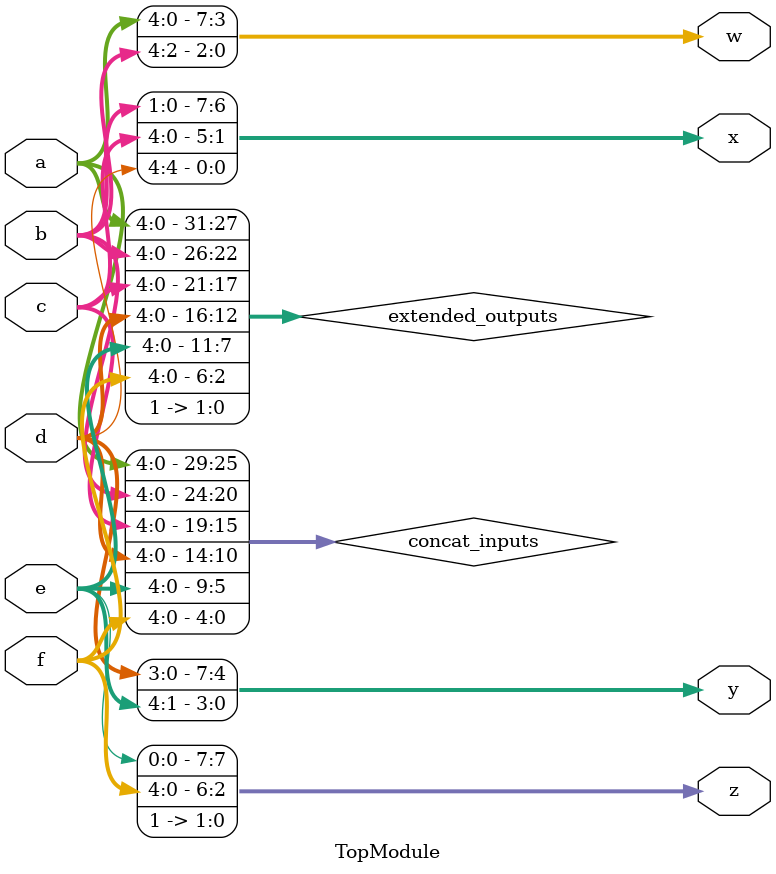
<source format=sv>

module TopModule (
    input [4:0] a,   // 5-bit input a
    input [4:0] b,   // 5-bit input b
    input [4:0] c,   // 5-bit input c
    input [4:0] d,   // 5-bit input d
    input [4:0] e,   // 5-bit input e
    input [4:0] f,   // 5-bit input f
    output [7:0] w,  // 8-bit output w
    output [7:0] x,  // 8-bit output x
    output [7:0] y,  // 8-bit output y
    output [7:0] z   // 8-bit output z
);

    // Concatenating the inputs together
    wire [29:0] concat_inputs;
    assign concat_inputs = {a, b, c, d, e, f}; // 30 bits from inputs a-f
    
    // Final 32-bit concatenation with two 1s
    wire [31:0] extended_outputs;
    assign extended_outputs = {concat_inputs, 2'b11}; // Append '11' to the LSB

    // Assigning the concatenated output to the respective outputs
    assign w = extended_outputs[31:24]; // 8-bit segment for w
    assign x = extended_outputs[23:16]; // 8-bit segment for x
    assign y = extended_outputs[15:8];  // 8-bit segment for y
    assign z = extended_outputs[7:0];   // 8-bit segment for z

endmodule
</source>
